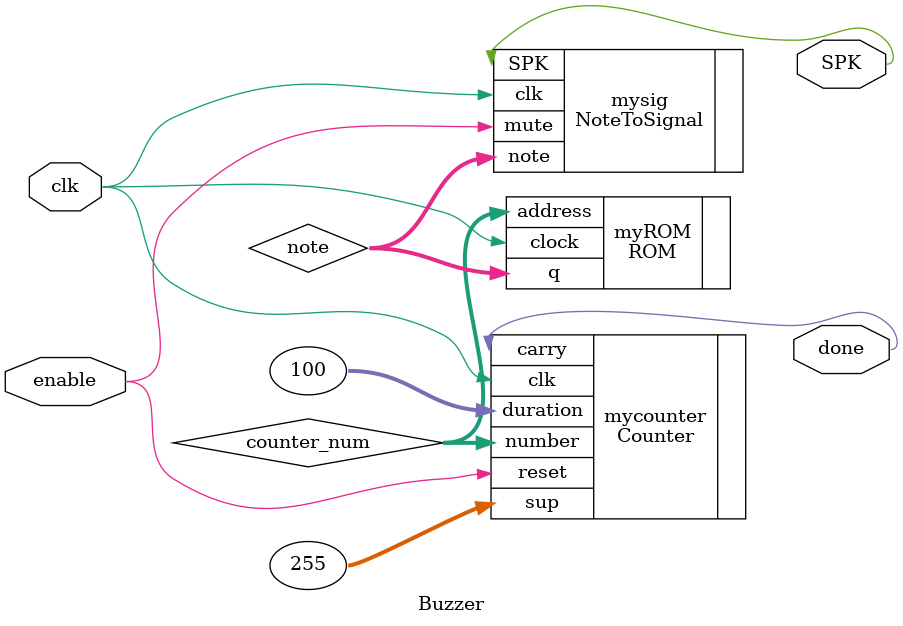
<source format=v>
module Buzzer(clk,enable,done,SPK);
    input clk;
    input enable;//使能端：每次使能都重新播放曲子，高电平有效

    output done;//播放完后输出1
    output SPK;//音频信号

    wire[4:0] note;
    ROM myROM(.clock(clk),.address(counter_num),.q(note));//ROM

    wire[31:0] counter_num;
    Counter mycounter(.clk(clk),.sup(255),.duration(100),.reset(enable),
        .number(counter_num),.carry(done));//计数器

    NoteToSignal mysig(.clk(clk),.note(note),.SPK(SPK),.mute(enable));//转换为音频信号

endmodule
</source>
